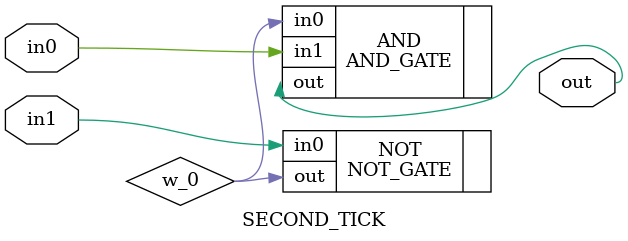
<source format=v>
module SECOND_TICK(
     input wire       in0,
     input wire       in1,
     output wire       out
);
    wire w_0;
    wire n_out;
    NOT_GATE NOT(
        .in0    (in1    ),
        .out    (w_0    )
    );
    AND_GATE AND(
        .in0    (w_0    ),
        .in1    (in0    ),
        .out    (out    )
    );
endmodule

</source>
